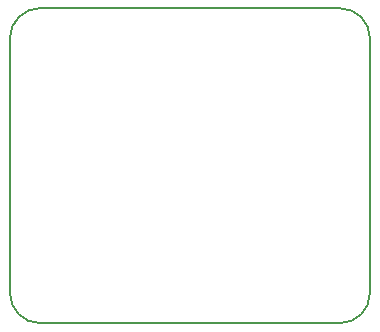
<source format=gbr>
G04 #@! TF.FileFunction,Profile,NP*
%FSLAX46Y46*%
G04 Gerber Fmt 4.6, Leading zero omitted, Abs format (unit mm)*
G04 Created by KiCad (PCBNEW 4.0.1-stable) date 2019/02/22 9:19:21*
%MOMM*%
G01*
G04 APERTURE LIST*
%ADD10C,0.100000*%
%ADD11C,0.150000*%
G04 APERTURE END LIST*
D10*
D11*
X172720000Y-114300000D02*
X172720000Y-115570000D01*
X203200000Y-114300000D02*
X203200000Y-115570000D01*
X175260000Y-118110000D02*
X200660000Y-118110000D01*
X200660000Y-118110000D02*
G75*
G03X203200000Y-115570000I0J2540000D01*
G01*
X172720000Y-115570000D02*
G75*
G03X175260000Y-118110000I2540000J0D01*
G01*
X203200000Y-93980000D02*
G75*
G03X200660000Y-91440000I-2540000J0D01*
G01*
X175260000Y-91440000D02*
G75*
G03X172720000Y-93980000I0J-2540000D01*
G01*
X172720000Y-114300000D02*
X172720000Y-93980000D01*
X203200000Y-93980000D02*
X203200000Y-114300000D01*
X175260000Y-91440000D02*
X200660000Y-91440000D01*
M02*

</source>
